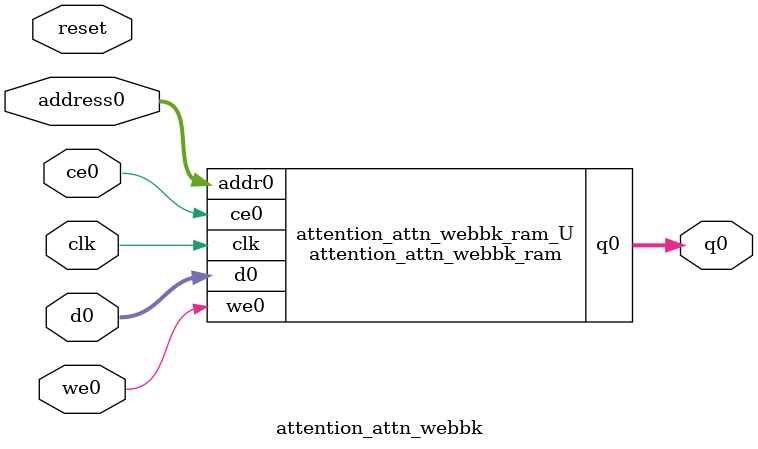
<source format=v>
`timescale 1 ns / 1 ps
module attention_attn_webbk_ram (addr0, ce0, d0, we0, q0,  clk);

parameter DWIDTH = 40;
parameter AWIDTH = 5;
parameter MEM_SIZE = 24;

input[AWIDTH-1:0] addr0;
input ce0;
input[DWIDTH-1:0] d0;
input we0;
output reg[DWIDTH-1:0] q0;
input clk;

(* ram_style = "distributed" *)reg [DWIDTH-1:0] ram[0:MEM_SIZE-1];




always @(posedge clk)  
begin 
    if (ce0) begin
        if (we0) 
            ram[addr0] <= d0; 
        q0 <= ram[addr0];
    end
end


endmodule

`timescale 1 ns / 1 ps
module attention_attn_webbk(
    reset,
    clk,
    address0,
    ce0,
    we0,
    d0,
    q0);

parameter DataWidth = 32'd40;
parameter AddressRange = 32'd24;
parameter AddressWidth = 32'd5;
input reset;
input clk;
input[AddressWidth - 1:0] address0;
input ce0;
input we0;
input[DataWidth - 1:0] d0;
output[DataWidth - 1:0] q0;



attention_attn_webbk_ram attention_attn_webbk_ram_U(
    .clk( clk ),
    .addr0( address0 ),
    .ce0( ce0 ),
    .we0( we0 ),
    .d0( d0 ),
    .q0( q0 ));

endmodule


</source>
